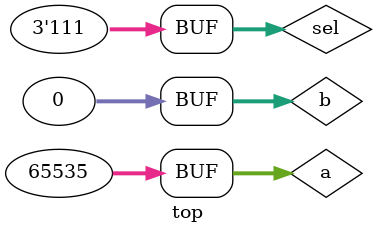
<source format=v>
`include "logic.v"
module top;

reg [2:0]sel;
reg [31:0] a, b;
wire [31:0] out;

logic_u u1(a,b,sel,out);

initial
begin
#0 sel=3'b000;b=32'b0000000000000000;a=32'b1111111111111111;
#5 sel=3'b001;//a=32'b0000000000000000;b=32'b1111111111111111;
#5 sel=3'b010;
#5 sel=3'b011;
#5 sel=3'b100;
#5 sel=3'b101;
#5 sel=3'b110;
#5 sel=3'b111;

end

initial $monitor($time,"\tsel=%b a=%5b b=%5b out=%5b ",sel,a,b,out);
endmodule
</source>
